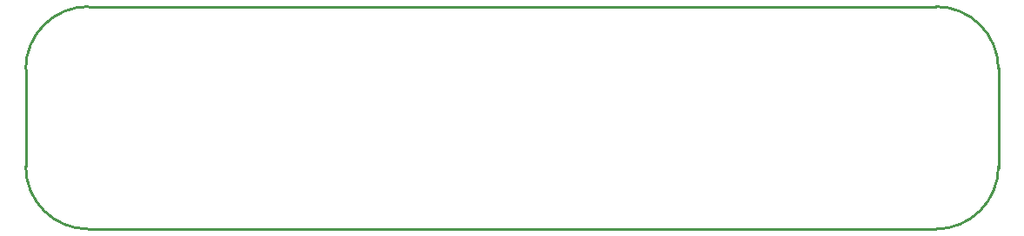
<source format=gko>
G04 Layer_Color=16711935*
%FSLAX23Y23*%
%MOIN*%
G70*
G01*
G75*
%ADD26C,0.010*%
D26*
X3740Y625D02*
G03*
X3500Y865I-240J0D01*
G01*
Y10D02*
G03*
X3740Y250I0J240D01*
G01*
X250Y865D02*
G03*
X10Y625I0J-240D01*
G01*
Y250D02*
G03*
X250Y10I240J0D01*
G01*
X10Y250D02*
Y625D01*
X690Y10D02*
X3360D01*
X690Y865D02*
X3335D01*
X250Y10D02*
X690D01*
X3360D02*
X3500D01*
X3335Y865D02*
X3500D01*
X250D02*
X690D01*
X3740Y245D02*
Y630D01*
M02*

</source>
